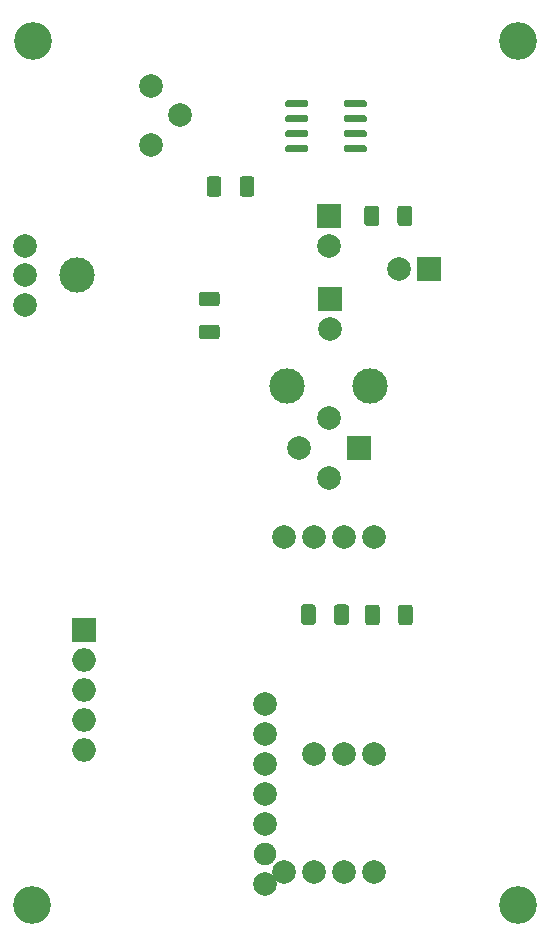
<source format=gbr>
G04 #@! TF.GenerationSoftware,KiCad,Pcbnew,5.1.8-db9833491~88~ubuntu18.04.1*
G04 #@! TF.CreationDate,2020-12-10T12:49:00+05:30*
G04 #@! TF.ProjectId,Permitme_main _sub_V1,5065726d-6974-46d6-955f-6d61696e205f,rev?*
G04 #@! TF.SameCoordinates,Original*
G04 #@! TF.FileFunction,Soldermask,Bot*
G04 #@! TF.FilePolarity,Negative*
%FSLAX46Y46*%
G04 Gerber Fmt 4.6, Leading zero omitted, Abs format (unit mm)*
G04 Created by KiCad (PCBNEW 5.1.8-db9833491~88~ubuntu18.04.1) date 2020-12-10 12:49:00*
%MOMM*%
%LPD*%
G01*
G04 APERTURE LIST*
%ADD10C,3.000000*%
%ADD11C,2.000000*%
%ADD12R,2.000000X2.000000*%
%ADD13O,2.000000X2.000000*%
%ADD14C,3.200000*%
%ADD15C,1.900000*%
%ADD16C,0.001000*%
G04 APERTURE END LIST*
D10*
X183104000Y-114462000D03*
X176104000Y-114462000D03*
D11*
X175774000Y-127252000D03*
X178314000Y-127252000D03*
X180854000Y-127252000D03*
X183394000Y-127252000D03*
D12*
X179624000Y-100122000D03*
D11*
X179624000Y-102662000D03*
X164514000Y-89074000D03*
X167014000Y-91574000D03*
X164514000Y-94074000D03*
D13*
X158850000Y-145310000D03*
X158850000Y-142770000D03*
X158850000Y-140230000D03*
X158850000Y-137690000D03*
D12*
X158850000Y-135150000D03*
G36*
G01*
X173305000Y-96975000D02*
X173305000Y-98225000D01*
G75*
G02*
X173055000Y-98475000I-250000J0D01*
G01*
X172305000Y-98475000D01*
G75*
G02*
X172055000Y-98225000I0J250000D01*
G01*
X172055000Y-96975000D01*
G75*
G02*
X172305000Y-96725000I250000J0D01*
G01*
X173055000Y-96725000D01*
G75*
G02*
X173305000Y-96975000I0J-250000D01*
G01*
G37*
G36*
G01*
X170505000Y-96975000D02*
X170505000Y-98225000D01*
G75*
G02*
X170255000Y-98475000I-250000J0D01*
G01*
X169505000Y-98475000D01*
G75*
G02*
X169255000Y-98225000I0J250000D01*
G01*
X169255000Y-96975000D01*
G75*
G02*
X169505000Y-96725000I250000J0D01*
G01*
X170255000Y-96725000D01*
G75*
G02*
X170505000Y-96975000I0J-250000D01*
G01*
G37*
D14*
X154540000Y-85310000D03*
D11*
X174234000Y-141382000D03*
X174234000Y-143922000D03*
X174234000Y-146462000D03*
X174234000Y-149002000D03*
X174234000Y-151542000D03*
D15*
X174234000Y-154082000D03*
D11*
X174234000Y-156622000D03*
G36*
G01*
X186719000Y-133247000D02*
X186719000Y-134497000D01*
G75*
G02*
X186469000Y-134747000I-250000J0D01*
G01*
X185719000Y-134747000D01*
G75*
G02*
X185469000Y-134497000I0J250000D01*
G01*
X185469000Y-133247000D01*
G75*
G02*
X185719000Y-132997000I250000J0D01*
G01*
X186469000Y-132997000D01*
G75*
G02*
X186719000Y-133247000I0J-250000D01*
G01*
G37*
G36*
G01*
X183919000Y-133247000D02*
X183919000Y-134497000D01*
G75*
G02*
X183669000Y-134747000I-250000J0D01*
G01*
X182919000Y-134747000D01*
G75*
G02*
X182669000Y-134497000I0J250000D01*
G01*
X182669000Y-133247000D01*
G75*
G02*
X182919000Y-132997000I250000J0D01*
G01*
X183669000Y-132997000D01*
G75*
G02*
X183919000Y-133247000I0J-250000D01*
G01*
G37*
X153874000Y-102662000D03*
X153874000Y-105112000D03*
X153874000Y-107652000D03*
D10*
X158304000Y-105112000D03*
G36*
G01*
X175925000Y-94560000D02*
X175925000Y-94260000D01*
G75*
G02*
X176075000Y-94110000I150000J0D01*
G01*
X177725000Y-94110000D01*
G75*
G02*
X177875000Y-94260000I0J-150000D01*
G01*
X177875000Y-94560000D01*
G75*
G02*
X177725000Y-94710000I-150000J0D01*
G01*
X176075000Y-94710000D01*
G75*
G02*
X175925000Y-94560000I0J150000D01*
G01*
G37*
G36*
G01*
X175925000Y-93290000D02*
X175925000Y-92990000D01*
G75*
G02*
X176075000Y-92840000I150000J0D01*
G01*
X177725000Y-92840000D01*
G75*
G02*
X177875000Y-92990000I0J-150000D01*
G01*
X177875000Y-93290000D01*
G75*
G02*
X177725000Y-93440000I-150000J0D01*
G01*
X176075000Y-93440000D01*
G75*
G02*
X175925000Y-93290000I0J150000D01*
G01*
G37*
G36*
G01*
X175925000Y-92020000D02*
X175925000Y-91720000D01*
G75*
G02*
X176075000Y-91570000I150000J0D01*
G01*
X177725000Y-91570000D01*
G75*
G02*
X177875000Y-91720000I0J-150000D01*
G01*
X177875000Y-92020000D01*
G75*
G02*
X177725000Y-92170000I-150000J0D01*
G01*
X176075000Y-92170000D01*
G75*
G02*
X175925000Y-92020000I0J150000D01*
G01*
G37*
G36*
G01*
X175925000Y-90750000D02*
X175925000Y-90450000D01*
G75*
G02*
X176075000Y-90300000I150000J0D01*
G01*
X177725000Y-90300000D01*
G75*
G02*
X177875000Y-90450000I0J-150000D01*
G01*
X177875000Y-90750000D01*
G75*
G02*
X177725000Y-90900000I-150000J0D01*
G01*
X176075000Y-90900000D01*
G75*
G02*
X175925000Y-90750000I0J150000D01*
G01*
G37*
G36*
G01*
X180875000Y-90750000D02*
X180875000Y-90450000D01*
G75*
G02*
X181025000Y-90300000I150000J0D01*
G01*
X182675000Y-90300000D01*
G75*
G02*
X182825000Y-90450000I0J-150000D01*
G01*
X182825000Y-90750000D01*
G75*
G02*
X182675000Y-90900000I-150000J0D01*
G01*
X181025000Y-90900000D01*
G75*
G02*
X180875000Y-90750000I0J150000D01*
G01*
G37*
G36*
G01*
X180875000Y-92020000D02*
X180875000Y-91720000D01*
G75*
G02*
X181025000Y-91570000I150000J0D01*
G01*
X182675000Y-91570000D01*
G75*
G02*
X182825000Y-91720000I0J-150000D01*
G01*
X182825000Y-92020000D01*
G75*
G02*
X182675000Y-92170000I-150000J0D01*
G01*
X181025000Y-92170000D01*
G75*
G02*
X180875000Y-92020000I0J150000D01*
G01*
G37*
G36*
G01*
X180875000Y-93290000D02*
X180875000Y-92990000D01*
G75*
G02*
X181025000Y-92840000I150000J0D01*
G01*
X182675000Y-92840000D01*
G75*
G02*
X182825000Y-92990000I0J-150000D01*
G01*
X182825000Y-93290000D01*
G75*
G02*
X182675000Y-93440000I-150000J0D01*
G01*
X181025000Y-93440000D01*
G75*
G02*
X180875000Y-93290000I0J150000D01*
G01*
G37*
G36*
G01*
X180875000Y-94560000D02*
X180875000Y-94260000D01*
G75*
G02*
X181025000Y-94110000I150000J0D01*
G01*
X182675000Y-94110000D01*
G75*
G02*
X182825000Y-94260000I0J-150000D01*
G01*
X182825000Y-94560000D01*
G75*
G02*
X182675000Y-94710000I-150000J0D01*
G01*
X181025000Y-94710000D01*
G75*
G02*
X180875000Y-94560000I0J150000D01*
G01*
G37*
D12*
X182174000Y-119782000D03*
D11*
X177094000Y-119782000D03*
X179634000Y-122322000D03*
X179634000Y-117242000D03*
G36*
G01*
X177249000Y-134477000D02*
X177249000Y-133227000D01*
G75*
G02*
X177499000Y-132977000I250000J0D01*
G01*
X178249000Y-132977000D01*
G75*
G02*
X178499000Y-133227000I0J-250000D01*
G01*
X178499000Y-134477000D01*
G75*
G02*
X178249000Y-134727000I-250000J0D01*
G01*
X177499000Y-134727000D01*
G75*
G02*
X177249000Y-134477000I0J250000D01*
G01*
G37*
G36*
G01*
X180049000Y-134477000D02*
X180049000Y-133227000D01*
G75*
G02*
X180299000Y-132977000I250000J0D01*
G01*
X181049000Y-132977000D01*
G75*
G02*
X181299000Y-133227000I0J-250000D01*
G01*
X181299000Y-134477000D01*
G75*
G02*
X181049000Y-134727000I-250000J0D01*
G01*
X180299000Y-134727000D01*
G75*
G02*
X180049000Y-134477000I0J250000D01*
G01*
G37*
D14*
X195630000Y-158400000D03*
G36*
G01*
X168855000Y-109305000D02*
X170105000Y-109305000D01*
G75*
G02*
X170355000Y-109555000I0J-250000D01*
G01*
X170355000Y-110305000D01*
G75*
G02*
X170105000Y-110555000I-250000J0D01*
G01*
X168855000Y-110555000D01*
G75*
G02*
X168605000Y-110305000I0J250000D01*
G01*
X168605000Y-109555000D01*
G75*
G02*
X168855000Y-109305000I250000J0D01*
G01*
G37*
G36*
G01*
X168855000Y-106505000D02*
X170105000Y-106505000D01*
G75*
G02*
X170355000Y-106755000I0J-250000D01*
G01*
X170355000Y-107505000D01*
G75*
G02*
X170105000Y-107755000I-250000J0D01*
G01*
X168855000Y-107755000D01*
G75*
G02*
X168605000Y-107505000I0J250000D01*
G01*
X168605000Y-106755000D01*
G75*
G02*
X168855000Y-106505000I250000J0D01*
G01*
G37*
X154510000Y-158400000D03*
G36*
G01*
X182615000Y-100715000D02*
X182615000Y-99465000D01*
G75*
G02*
X182865000Y-99215000I250000J0D01*
G01*
X183615000Y-99215000D01*
G75*
G02*
X183865000Y-99465000I0J-250000D01*
G01*
X183865000Y-100715000D01*
G75*
G02*
X183615000Y-100965000I-250000J0D01*
G01*
X182865000Y-100965000D01*
G75*
G02*
X182615000Y-100715000I0J250000D01*
G01*
G37*
G36*
G01*
X185415000Y-100715000D02*
X185415000Y-99465000D01*
G75*
G02*
X185665000Y-99215000I250000J0D01*
G01*
X186415000Y-99215000D01*
G75*
G02*
X186665000Y-99465000I0J-250000D01*
G01*
X186665000Y-100715000D01*
G75*
G02*
X186415000Y-100965000I-250000J0D01*
G01*
X185665000Y-100965000D01*
G75*
G02*
X185415000Y-100715000I0J250000D01*
G01*
G37*
D11*
X175784000Y-155612000D03*
X178324000Y-155612000D03*
X180864000Y-155612000D03*
X183404000Y-155612000D03*
D16*
X175784000Y-145612000D03*
D11*
X178324000Y-145612000D03*
X180864000Y-145612000D03*
X183404000Y-145612000D03*
X185534000Y-104582000D03*
D12*
X188074000Y-104582000D03*
D14*
X195620000Y-85310000D03*
D11*
X179684000Y-109652000D03*
D12*
X179684000Y-107112000D03*
M02*

</source>
